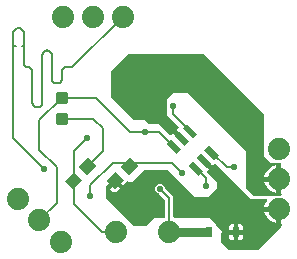
<source format=gbr>
G04 EAGLE Gerber RS-274X export*
G75*
%MOMM*%
%FSLAX34Y34*%
%LPD*%
%INTop Copper*%
%IPPOS*%
%AMOC8*
5,1,8,0,0,1.08239X$1,22.5*%
G01*
G04 Define Apertures*
%ADD10R,0.630000X0.830000*%
%ADD11C,0.300000*%
%ADD12R,0.550000X1.200000*%
%ADD13C,1.879600*%
%ADD14R,1.100000X1.000000*%
%ADD15C,0.081278*%
%ADD16C,0.550000*%
%ADD17C,0.200000*%
%ADD18C,0.800000*%
G36*
X239535Y56060D02*
X239238Y56000D01*
X220762Y56000D01*
X220487Y56051D01*
X220232Y56215D01*
X220060Y56465D01*
X220000Y56762D01*
X220000Y83912D01*
X219975Y84017D01*
X219956Y84044D01*
X161062Y142938D01*
X160970Y142995D01*
X160938Y143000D01*
X148088Y143000D01*
X147983Y142975D01*
X147956Y142956D01*
X143062Y138062D01*
X143005Y137970D01*
X143000Y137938D01*
X143000Y124088D01*
X143025Y123983D01*
X143044Y123956D01*
X152780Y114220D01*
X152933Y114001D01*
X153002Y113706D01*
X152952Y113407D01*
X152788Y113151D01*
X152538Y112980D01*
X152513Y112975D01*
X151206Y111668D01*
X158681Y104192D01*
X155808Y101319D01*
X148332Y108794D01*
X147033Y107495D01*
X146874Y107238D01*
X146627Y107062D01*
X146331Y106997D01*
X146032Y107053D01*
X145780Y107220D01*
X136062Y116938D01*
X135970Y116995D01*
X135938Y117000D01*
X127316Y117000D01*
X127030Y117056D01*
X126777Y117223D01*
X124062Y119938D01*
X123970Y119995D01*
X123938Y120000D01*
X115316Y120000D01*
X115030Y120056D01*
X114777Y120223D01*
X96223Y138777D01*
X96060Y139018D01*
X96000Y139316D01*
X96000Y161684D01*
X96056Y161970D01*
X96223Y162223D01*
X109777Y175777D01*
X110018Y175940D01*
X110316Y176000D01*
X173684Y176000D01*
X173970Y175944D01*
X174223Y175777D01*
X224777Y125223D01*
X224940Y124982D01*
X225000Y124684D01*
X225000Y90088D01*
X225025Y89983D01*
X225044Y89956D01*
X230938Y84062D01*
X231030Y84005D01*
X231062Y84000D01*
X239238Y84000D01*
X239513Y83949D01*
X239768Y83785D01*
X239940Y83535D01*
X240000Y83238D01*
X240000Y82700D01*
X239949Y82425D01*
X239785Y82170D01*
X239535Y81998D01*
X239532Y81998D01*
X239532Y57998D01*
X239768Y57847D01*
X239940Y57597D01*
X240000Y57300D01*
X240000Y56762D01*
X239949Y56487D01*
X239785Y56232D01*
X239535Y56060D01*
G37*
%LPC*%
G36*
X225562Y72032D02*
X235468Y72032D01*
X235468Y81938D01*
X235125Y81938D01*
X230738Y80121D01*
X227379Y76762D01*
X225562Y72375D01*
X225562Y72032D01*
G37*
G36*
X235125Y58062D02*
X235468Y58062D01*
X235468Y67968D01*
X225562Y67968D01*
X225562Y67625D01*
X227379Y63238D01*
X230738Y59879D01*
X235125Y58062D01*
G37*
%LPD*%
G36*
X219982Y10060D02*
X219684Y10000D01*
X202357Y10000D01*
X202008Y10085D01*
X201772Y10274D01*
X194715Y18743D01*
X194613Y18900D01*
X194606Y18930D01*
X194463Y19045D01*
X179111Y37467D01*
X179094Y37483D01*
X179080Y37490D01*
X179021Y37500D01*
X149262Y37500D01*
X148987Y37551D01*
X148732Y37715D01*
X148560Y37965D01*
X148500Y38262D01*
X148500Y55450D01*
X141243Y62707D01*
X141080Y62948D01*
X141020Y63245D01*
X141020Y63665D01*
X138665Y66020D01*
X135335Y66020D01*
X132980Y63665D01*
X132980Y60335D01*
X135335Y57980D01*
X135755Y57980D01*
X136041Y57924D01*
X136293Y57757D01*
X141277Y52773D01*
X141440Y52532D01*
X141500Y52235D01*
X141500Y38262D01*
X141449Y37987D01*
X141285Y37732D01*
X141035Y37560D01*
X140738Y37500D01*
X132588Y37500D01*
X132483Y37475D01*
X132456Y37456D01*
X125223Y30223D01*
X124982Y30060D01*
X124684Y30000D01*
X115316Y30000D01*
X115030Y30056D01*
X114777Y30223D01*
X91223Y53777D01*
X91060Y54018D01*
X91000Y54316D01*
X91000Y63769D01*
X91047Y64033D01*
X91206Y64291D01*
X91454Y64466D01*
X91632Y64505D01*
X98990Y71863D01*
X105758Y65095D01*
X108793Y68130D01*
X109023Y68288D01*
X109320Y68353D01*
X109618Y68297D01*
X109870Y68130D01*
X109956Y68044D01*
X109983Y68025D01*
X110088Y68000D01*
X113938Y68000D01*
X113970Y68005D01*
X114062Y68062D01*
X123777Y77777D01*
X124018Y77940D01*
X124316Y78000D01*
X143684Y78000D01*
X143970Y77944D01*
X144223Y77777D01*
X166938Y55062D01*
X167030Y55005D01*
X167062Y55000D01*
X177912Y55000D01*
X178017Y55025D01*
X178044Y55044D01*
X184938Y61938D01*
X184995Y62030D01*
X185000Y62062D01*
X185000Y67912D01*
X184975Y68017D01*
X184956Y68044D01*
X177220Y75780D01*
X177067Y75999D01*
X176998Y76294D01*
X177048Y76593D01*
X177212Y76849D01*
X177462Y77020D01*
X177487Y77025D01*
X178794Y78332D01*
X171319Y85808D01*
X174192Y88681D01*
X181668Y81206D01*
X182967Y82505D01*
X183126Y82762D01*
X183373Y82938D01*
X183669Y83003D01*
X183968Y82947D01*
X184220Y82780D01*
X213938Y53062D01*
X214030Y53005D01*
X214062Y53000D01*
X227178Y53000D01*
X227441Y52953D01*
X227699Y52794D01*
X227874Y52546D01*
X227939Y52250D01*
X227884Y51952D01*
X227716Y51699D01*
X227379Y51362D01*
X225562Y46975D01*
X225562Y46632D01*
X239532Y46632D01*
X239532Y32598D01*
X239768Y32447D01*
X239940Y32197D01*
X240000Y31900D01*
X240000Y30316D01*
X239944Y30030D01*
X239777Y29777D01*
X220223Y10223D01*
X219982Y10060D01*
G37*
%LPC*%
G36*
X97584Y59025D02*
X99688Y59025D01*
X102884Y62221D01*
X98990Y66116D01*
X94741Y61868D01*
X97584Y59025D01*
G37*
G36*
X235125Y32662D02*
X235468Y32662D01*
X235468Y42568D01*
X225562Y42568D01*
X225562Y42225D01*
X227379Y37838D01*
X230738Y34479D01*
X235125Y32662D01*
G37*
G36*
X195810Y27032D02*
X199468Y27032D01*
X199468Y31690D01*
X197298Y31690D01*
X195810Y30202D01*
X195810Y27032D01*
G37*
G36*
X203532Y27032D02*
X207190Y27032D01*
X207190Y30202D01*
X205702Y31690D01*
X203532Y31690D01*
X203532Y27032D01*
G37*
G36*
X203532Y18310D02*
X205702Y18310D01*
X207190Y19798D01*
X207190Y22968D01*
X203532Y22968D01*
X203532Y18310D01*
G37*
G36*
X197298Y18310D02*
X199468Y18310D01*
X199468Y22968D01*
X195810Y22968D01*
X195810Y19788D01*
X195839Y19769D01*
X197298Y18310D01*
G37*
%LPD*%
G36*
X222535Y56060D02*
X222238Y56000D01*
X216316Y56000D01*
X216030Y56056D01*
X215777Y56223D01*
X210223Y61777D01*
X210060Y62018D01*
X210000Y62316D01*
X210000Y96238D01*
X210051Y96513D01*
X210215Y96768D01*
X210465Y96940D01*
X210762Y97000D01*
X222238Y97000D01*
X222513Y96949D01*
X222768Y96785D01*
X222940Y96535D01*
X223000Y96238D01*
X223000Y56762D01*
X222949Y56487D01*
X222785Y56232D01*
X222535Y56060D01*
G37*
G36*
X207450Y10079D02*
X207060Y10000D01*
X195414Y10000D01*
X195039Y10073D01*
X194707Y10293D01*
X189293Y15707D01*
X189079Y16024D01*
X189000Y16414D01*
X189000Y24123D01*
X189025Y24344D01*
X189188Y24707D01*
X189480Y24977D01*
X189855Y25112D01*
X190252Y25091D01*
X190610Y24916D01*
X195420Y21216D01*
X195731Y20813D01*
X195810Y20423D01*
X195810Y19798D01*
X197298Y18310D01*
X198857Y18310D01*
X199109Y18278D01*
X199467Y18103D01*
X207670Y11793D01*
X207968Y11419D01*
X208059Y11032D01*
X207993Y10640D01*
X207778Y10304D01*
X207450Y10079D01*
G37*
G36*
X178500Y29064D02*
X178500Y20936D01*
X144734Y20936D01*
X144205Y21006D01*
X143691Y21143D01*
X143199Y21347D01*
X142737Y21614D01*
X142315Y21938D01*
X141938Y22315D01*
X141614Y22737D01*
X141347Y23199D01*
X141143Y23691D01*
X141006Y24205D01*
X140936Y24734D01*
X140936Y25266D01*
X141006Y25795D01*
X141143Y26309D01*
X141347Y26801D01*
X141614Y27263D01*
X141938Y27685D01*
X142315Y28062D01*
X142737Y28386D01*
X143199Y28653D01*
X143691Y28857D01*
X144205Y28994D01*
X144734Y29064D01*
X178500Y29064D01*
G37*
D10*
X201500Y25000D03*
X178500Y25000D03*
D11*
X57500Y124730D02*
X50500Y124730D01*
X57500Y124730D02*
X57500Y117730D01*
X50500Y117730D01*
X50500Y124730D01*
X50500Y120580D02*
X57500Y120580D01*
X57500Y123430D02*
X50500Y123430D01*
X50500Y142270D02*
X57500Y142270D01*
X57500Y135270D01*
X50500Y135270D01*
X50500Y142270D01*
X50500Y138120D02*
X57500Y138120D01*
X57500Y140970D02*
X50500Y140970D01*
D12*
G36*
X156338Y113208D02*
X160227Y117097D01*
X168712Y108612D01*
X164823Y104723D01*
X156338Y113208D01*
G37*
G36*
X149621Y106490D02*
X153510Y110379D01*
X161995Y101894D01*
X158106Y98005D01*
X149621Y106490D01*
G37*
G36*
X142903Y99773D02*
X146792Y103662D01*
X155277Y95177D01*
X151388Y91288D01*
X142903Y99773D01*
G37*
G36*
X161288Y81388D02*
X165177Y85277D01*
X173662Y76792D01*
X169773Y72903D01*
X161288Y81388D01*
G37*
G36*
X174723Y94823D02*
X178612Y98712D01*
X187097Y90227D01*
X183208Y86338D01*
X174723Y94823D01*
G37*
G36*
X168005Y88106D02*
X171894Y91995D01*
X180379Y83510D01*
X176490Y79621D01*
X168005Y88106D01*
G37*
D13*
X145000Y25000D03*
X100000Y25000D03*
X54600Y207500D03*
X80000Y207500D03*
X105400Y207500D03*
X237500Y95400D03*
X237500Y70000D03*
X237500Y44600D03*
D14*
G36*
X103586Y80657D02*
X111363Y88434D01*
X118434Y81363D01*
X110657Y73586D01*
X103586Y80657D01*
G37*
G36*
X91566Y68637D02*
X99343Y76414D01*
X106414Y69343D01*
X98637Y61566D01*
X91566Y68637D01*
G37*
G36*
X68586Y80657D02*
X76363Y88434D01*
X83434Y81363D01*
X75657Y73586D01*
X68586Y80657D01*
G37*
G36*
X56566Y68637D02*
X64343Y76414D01*
X71414Y69343D01*
X63637Y61566D01*
X56566Y68637D01*
G37*
D13*
X52961Y17039D03*
X35000Y35000D03*
X17039Y52961D03*
D15*
D16*
X137000Y62000D03*
D17*
X145000Y54000D01*
X145000Y25000D01*
X87979Y25000D02*
X63990Y48990D01*
X63990Y68990D01*
X87979Y25000D02*
X100000Y25000D01*
D16*
X75000Y105000D03*
D17*
X63990Y93990D01*
X63990Y68990D01*
D18*
X127000Y156000D03*
X115000Y43000D03*
D16*
X78000Y56000D03*
D17*
X108010Y84010D02*
X111010Y81010D01*
X108010Y84010D02*
X97010Y84010D01*
X180910Y92525D02*
X193435Y80000D01*
X200000Y80000D01*
D16*
X200000Y80000D03*
D17*
X146990Y84010D02*
X114010Y84010D01*
X111010Y81010D01*
X146990Y84010D02*
X156000Y75000D01*
D16*
X156000Y75000D03*
D17*
X97010Y84010D02*
X78000Y65000D01*
X78000Y56000D01*
X167475Y79090D02*
X176000Y70565D01*
X176000Y64000D01*
D16*
X176000Y64000D03*
D17*
X149090Y97475D02*
X136565Y110000D01*
X124000Y110000D02*
X112000Y110000D01*
X50000Y80000D02*
X35000Y95000D01*
X50000Y80000D02*
X50000Y50000D01*
X35000Y35000D01*
X124000Y110000D02*
X136565Y110000D01*
D16*
X124000Y110000D03*
D17*
X112000Y110000D02*
X83230Y138770D01*
X54000Y138770D01*
X35000Y119770D01*
X35000Y95000D01*
D16*
X39000Y79000D03*
D17*
X13000Y105000D01*
X148000Y125435D02*
X162525Y110910D01*
X148000Y125435D02*
X148000Y132000D01*
D16*
X148000Y132000D03*
D17*
X13000Y105000D02*
X13000Y183000D01*
X15000Y183000D01*
X20000Y183000D02*
X22000Y183000D01*
X13000Y183000D02*
X13000Y195000D01*
X16000Y198000D01*
X22000Y195000D02*
X22000Y183000D01*
X22000Y195000D02*
X19000Y198000D01*
X16000Y198000D01*
X22000Y183000D02*
X22000Y168000D01*
X62900Y165000D02*
X105400Y207500D01*
X29125Y160875D02*
X29123Y161002D01*
X29117Y161129D01*
X29107Y161256D01*
X29094Y161382D01*
X29076Y161508D01*
X29055Y161633D01*
X29029Y161757D01*
X29000Y161881D01*
X28968Y162004D01*
X28931Y162126D01*
X28891Y162246D01*
X28846Y162365D01*
X28799Y162483D01*
X28747Y162599D01*
X28693Y162714D01*
X28634Y162827D01*
X28572Y162938D01*
X28507Y163047D01*
X28439Y163154D01*
X28367Y163258D01*
X28292Y163361D01*
X28214Y163461D01*
X28133Y163559D01*
X28048Y163654D01*
X27961Y163747D01*
X27872Y163836D01*
X27779Y163923D01*
X27684Y164008D01*
X27586Y164089D01*
X27486Y164167D01*
X27383Y164242D01*
X27279Y164314D01*
X27172Y164382D01*
X27063Y164447D01*
X26952Y164509D01*
X26839Y164568D01*
X26724Y164622D01*
X26608Y164674D01*
X26490Y164721D01*
X26371Y164766D01*
X26251Y164806D01*
X26129Y164843D01*
X26006Y164875D01*
X25882Y164904D01*
X25758Y164930D01*
X25633Y164951D01*
X25507Y164969D01*
X25381Y164982D01*
X25254Y164992D01*
X25127Y164998D01*
X25000Y165000D01*
X29125Y160875D02*
X29125Y135125D01*
X29127Y134998D01*
X29133Y134871D01*
X29143Y134744D01*
X29156Y134618D01*
X29174Y134492D01*
X29195Y134367D01*
X29221Y134243D01*
X29250Y134119D01*
X29282Y133996D01*
X29319Y133874D01*
X29359Y133754D01*
X29404Y133635D01*
X29451Y133517D01*
X29503Y133401D01*
X29557Y133286D01*
X29616Y133173D01*
X29678Y133063D01*
X29743Y132953D01*
X29811Y132846D01*
X29883Y132742D01*
X29958Y132639D01*
X30036Y132539D01*
X30117Y132441D01*
X30202Y132346D01*
X30289Y132253D01*
X30378Y132164D01*
X30471Y132077D01*
X30566Y131992D01*
X30664Y131911D01*
X30764Y131833D01*
X30867Y131758D01*
X30971Y131686D01*
X31078Y131618D01*
X31187Y131553D01*
X31298Y131491D01*
X31411Y131432D01*
X31526Y131378D01*
X31642Y131326D01*
X31760Y131279D01*
X31879Y131234D01*
X31999Y131194D01*
X32121Y131157D01*
X32244Y131125D01*
X32368Y131096D01*
X32492Y131070D01*
X32617Y131049D01*
X32743Y131031D01*
X32869Y131018D01*
X32996Y131008D01*
X33123Y131002D01*
X33250Y131000D01*
X33377Y131002D01*
X33504Y131008D01*
X33631Y131018D01*
X33757Y131031D01*
X33883Y131049D01*
X34008Y131070D01*
X34132Y131096D01*
X34256Y131125D01*
X34379Y131157D01*
X34501Y131194D01*
X34621Y131234D01*
X34740Y131279D01*
X34858Y131326D01*
X34974Y131378D01*
X35089Y131432D01*
X35202Y131491D01*
X35312Y131553D01*
X35422Y131618D01*
X35529Y131686D01*
X35633Y131758D01*
X35736Y131833D01*
X35836Y131911D01*
X35934Y131992D01*
X36029Y132077D01*
X36122Y132164D01*
X36211Y132253D01*
X36298Y132346D01*
X36383Y132441D01*
X36464Y132539D01*
X36542Y132639D01*
X36617Y132742D01*
X36689Y132846D01*
X36757Y132953D01*
X36822Y133063D01*
X36884Y133173D01*
X36943Y133286D01*
X36997Y133401D01*
X37049Y133517D01*
X37096Y133635D01*
X37141Y133754D01*
X37181Y133874D01*
X37218Y133996D01*
X37250Y134119D01*
X37279Y134243D01*
X37305Y134367D01*
X37326Y134492D01*
X37344Y134618D01*
X37357Y134744D01*
X37367Y134871D01*
X37373Y134998D01*
X37375Y135125D01*
X37375Y174875D01*
X37377Y175002D01*
X37383Y175129D01*
X37393Y175256D01*
X37406Y175382D01*
X37424Y175508D01*
X37445Y175633D01*
X37471Y175757D01*
X37500Y175881D01*
X37532Y176004D01*
X37569Y176126D01*
X37609Y176246D01*
X37654Y176365D01*
X37701Y176483D01*
X37753Y176599D01*
X37807Y176714D01*
X37866Y176827D01*
X37928Y176938D01*
X37993Y177047D01*
X38061Y177154D01*
X38133Y177258D01*
X38208Y177361D01*
X38286Y177461D01*
X38367Y177559D01*
X38452Y177654D01*
X38539Y177747D01*
X38628Y177836D01*
X38721Y177923D01*
X38816Y178008D01*
X38914Y178089D01*
X39014Y178167D01*
X39117Y178242D01*
X39221Y178314D01*
X39328Y178382D01*
X39438Y178447D01*
X39548Y178509D01*
X39661Y178568D01*
X39776Y178622D01*
X39892Y178674D01*
X40010Y178721D01*
X40129Y178766D01*
X40249Y178806D01*
X40371Y178843D01*
X40494Y178875D01*
X40618Y178904D01*
X40742Y178930D01*
X40867Y178951D01*
X40993Y178969D01*
X41119Y178982D01*
X41246Y178992D01*
X41373Y178998D01*
X41500Y179000D01*
X41627Y178998D01*
X41754Y178992D01*
X41881Y178982D01*
X42007Y178969D01*
X42133Y178951D01*
X42258Y178930D01*
X42382Y178904D01*
X42506Y178875D01*
X42629Y178843D01*
X42751Y178806D01*
X42871Y178766D01*
X42990Y178721D01*
X43108Y178674D01*
X43224Y178622D01*
X43339Y178568D01*
X43452Y178509D01*
X43563Y178447D01*
X43672Y178382D01*
X43779Y178314D01*
X43883Y178242D01*
X43986Y178167D01*
X44086Y178089D01*
X44184Y178008D01*
X44279Y177923D01*
X44372Y177836D01*
X44461Y177747D01*
X44548Y177654D01*
X44633Y177559D01*
X44714Y177461D01*
X44792Y177361D01*
X44867Y177258D01*
X44939Y177154D01*
X45007Y177047D01*
X45072Y176938D01*
X45134Y176827D01*
X45193Y176714D01*
X45247Y176599D01*
X45299Y176483D01*
X45346Y176365D01*
X45391Y176246D01*
X45431Y176126D01*
X45468Y176004D01*
X45500Y175881D01*
X45529Y175757D01*
X45555Y175633D01*
X45576Y175508D01*
X45594Y175382D01*
X45607Y175256D01*
X45617Y175129D01*
X45623Y175002D01*
X45625Y174875D01*
X45625Y155125D01*
X45627Y154998D01*
X45633Y154871D01*
X45643Y154744D01*
X45656Y154618D01*
X45674Y154492D01*
X45695Y154367D01*
X45721Y154243D01*
X45750Y154119D01*
X45782Y153996D01*
X45819Y153874D01*
X45859Y153754D01*
X45904Y153635D01*
X45951Y153517D01*
X46003Y153401D01*
X46057Y153286D01*
X46116Y153173D01*
X46178Y153063D01*
X46243Y152953D01*
X46311Y152846D01*
X46383Y152742D01*
X46458Y152639D01*
X46536Y152539D01*
X46617Y152441D01*
X46702Y152346D01*
X46789Y152253D01*
X46878Y152164D01*
X46971Y152077D01*
X47066Y151992D01*
X47164Y151911D01*
X47264Y151833D01*
X47367Y151758D01*
X47471Y151686D01*
X47578Y151618D01*
X47687Y151553D01*
X47798Y151491D01*
X47911Y151432D01*
X48026Y151378D01*
X48142Y151326D01*
X48260Y151279D01*
X48379Y151234D01*
X48499Y151194D01*
X48621Y151157D01*
X48744Y151125D01*
X48868Y151096D01*
X48992Y151070D01*
X49117Y151049D01*
X49243Y151031D01*
X49369Y151018D01*
X49496Y151008D01*
X49623Y151002D01*
X49750Y151000D01*
X49877Y151002D01*
X50004Y151008D01*
X50131Y151018D01*
X50257Y151031D01*
X50383Y151049D01*
X50508Y151070D01*
X50632Y151096D01*
X50756Y151125D01*
X50879Y151157D01*
X51001Y151194D01*
X51121Y151234D01*
X51240Y151279D01*
X51358Y151326D01*
X51474Y151378D01*
X51589Y151432D01*
X51702Y151491D01*
X51812Y151553D01*
X51922Y151618D01*
X52029Y151686D01*
X52133Y151758D01*
X52236Y151833D01*
X52336Y151911D01*
X52434Y151992D01*
X52529Y152077D01*
X52622Y152164D01*
X52711Y152253D01*
X52798Y152346D01*
X52883Y152441D01*
X52964Y152539D01*
X53042Y152639D01*
X53117Y152742D01*
X53189Y152846D01*
X53257Y152953D01*
X53322Y153063D01*
X53384Y153173D01*
X53443Y153286D01*
X53497Y153401D01*
X53549Y153517D01*
X53596Y153635D01*
X53641Y153754D01*
X53681Y153874D01*
X53718Y153996D01*
X53750Y154119D01*
X53779Y154243D01*
X53805Y154367D01*
X53826Y154492D01*
X53844Y154618D01*
X53857Y154744D01*
X53867Y154871D01*
X53873Y154998D01*
X53875Y155125D01*
X53875Y160875D01*
X53877Y161002D01*
X53883Y161129D01*
X53893Y161256D01*
X53906Y161382D01*
X53924Y161508D01*
X53945Y161633D01*
X53971Y161757D01*
X54000Y161881D01*
X54032Y162004D01*
X54069Y162126D01*
X54109Y162246D01*
X54154Y162365D01*
X54201Y162483D01*
X54253Y162599D01*
X54307Y162714D01*
X54366Y162827D01*
X54428Y162938D01*
X54493Y163047D01*
X54561Y163154D01*
X54633Y163258D01*
X54708Y163361D01*
X54786Y163461D01*
X54867Y163559D01*
X54952Y163654D01*
X55039Y163747D01*
X55128Y163836D01*
X55221Y163923D01*
X55316Y164008D01*
X55414Y164089D01*
X55514Y164167D01*
X55617Y164242D01*
X55721Y164314D01*
X55828Y164382D01*
X55938Y164447D01*
X56048Y164509D01*
X56161Y164568D01*
X56276Y164622D01*
X56392Y164674D01*
X56510Y164721D01*
X56629Y164766D01*
X56749Y164806D01*
X56871Y164843D01*
X56994Y164875D01*
X57118Y164904D01*
X57242Y164930D01*
X57367Y164951D01*
X57493Y164969D01*
X57619Y164982D01*
X57746Y164992D01*
X57873Y164998D01*
X58000Y165000D01*
X62900Y165000D01*
X25000Y165000D02*
X24893Y165002D01*
X24786Y165008D01*
X24679Y165017D01*
X24573Y165031D01*
X24467Y165048D01*
X24362Y165069D01*
X24258Y165093D01*
X24155Y165122D01*
X24053Y165154D01*
X23952Y165189D01*
X23852Y165228D01*
X23754Y165271D01*
X23657Y165317D01*
X23562Y165367D01*
X23469Y165420D01*
X23378Y165476D01*
X23289Y165536D01*
X23202Y165598D01*
X23118Y165664D01*
X23035Y165733D01*
X22956Y165804D01*
X22879Y165879D01*
X22804Y165956D01*
X22733Y166035D01*
X22664Y166118D01*
X22598Y166202D01*
X22536Y166289D01*
X22476Y166378D01*
X22420Y166469D01*
X22367Y166562D01*
X22317Y166657D01*
X22271Y166754D01*
X22228Y166852D01*
X22189Y166952D01*
X22154Y167053D01*
X22122Y167155D01*
X22093Y167258D01*
X22069Y167362D01*
X22048Y167467D01*
X22031Y167573D01*
X22017Y167679D01*
X22008Y167786D01*
X22002Y167893D01*
X22000Y168000D01*
X89000Y113000D02*
X89000Y94000D01*
X76010Y81010D01*
X80770Y121230D02*
X54000Y121230D01*
X80770Y121230D02*
X89000Y113000D01*
M02*

</source>
